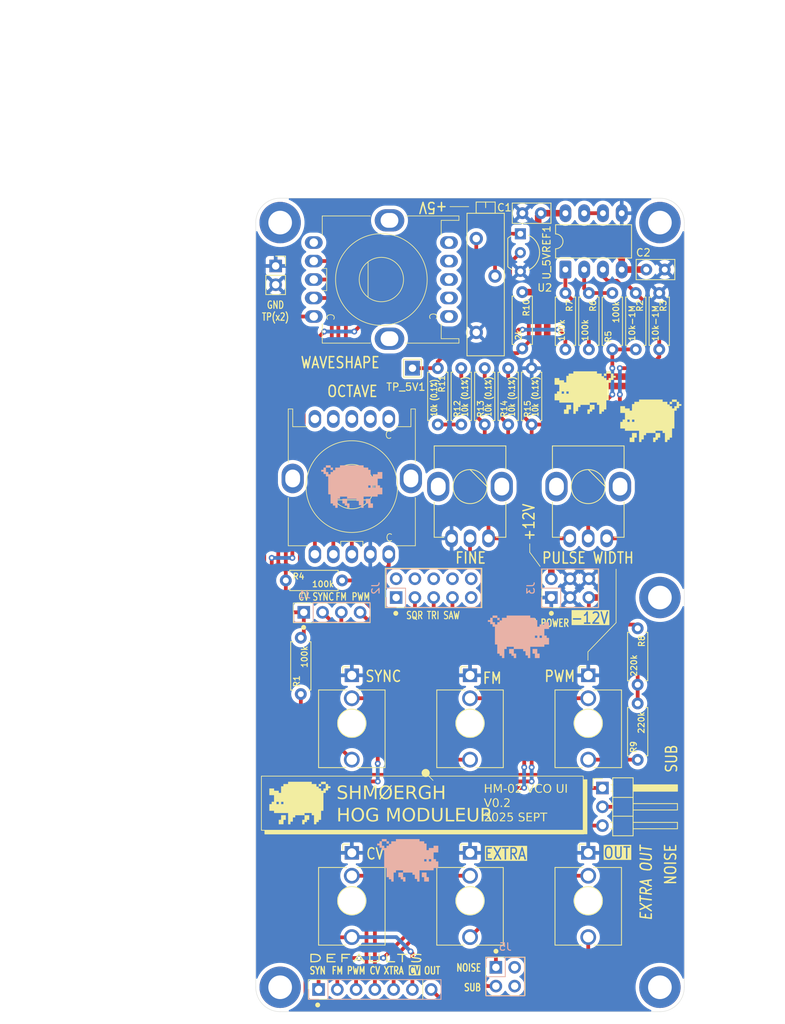
<source format=kicad_pcb>
(kicad_pcb (version 20241229) (generator "pcbnew") (generator_version "9.0")
  (layers (0 "F.Cu" signal) (2 "B.Cu" signal) (13 "F.Paste" user) (15 "B.Paste" user) (5 "F.SilkS" user "F.Silkscreen") (7 "B.SilkS" user "B.Silkscreen") (1 "F.Mask" user) (3 "B.Mask" user) (25 "Edge.Cuts" user))
  (net 0 "")
  (net 1 "HARD_SYNC")
  (net 2 "FM")
  (net 3 "CV")
  (net 4 "SQR_SHAPE")
  (net 7 "TRI")
  (net 9 "SAW")
  (net 11 "SQR")
  (net 12 "+12V")
  (net 13 "GND")
  (net 14 "-12V")
  (net 15 "NOISE")
  (net 16 "SUB")
  (net 17 "Net-(JP1-C)")
  (net 18 "CV_INPUT")
  (net 19 "EXTRA_DEFAULT")
  (net 20 "OUT_DEFAULT")
  (net 21 "Net-(J_OUT1-PadT)")
  (net 22 "Net-(J_PWM1-PadT)")
  (net 23 "Net-(R4-Pad2)")
  (net 29 "Net-(U2B--)")
  (net 30 "Net-(U2A-+)")
  (net 33 "FM_DEFAULT")
  (net 34 "SYNC_DEFAULT")
  (net 35 "PWM_DEFAULT")
  (net 36 "CV_DEFAULT")
  (net 37 "PREC_1V")
  (net 38 "Net-(U2A--)")
  (net 39 "Net-(R6-Pad2)")
  (net 40 "Net-(R8-Pad1)")
  (net 41 "+5V")
  (net 42 "PREC_4V")
  (net 43 "PREC_3V")
  (net 44 "PREC_2V")
  (net 45 "Net-(U_5VREF1-IN)")
  (footprint "Shmoergh_Custom_Footprints:R_Axial_DIN0207_L6.3mm_D2.5mm_P7.62mm_Horizontal" (layer "F.Cu") (at 128.064 95.689)
    (property "Reference" "R4")
    (property "Value" "100k")
  )
  (footprint "Shmoergh_Custom_Footprints:R_Axial_DIN0207_L6.3mm_D2.5mm_P7.62mm_Horizontal" (layer "F.Cu") (at 175.689 119.946 90)
    (property "Reference" "R9")
    (property "Value" "220k")
  )
  (footprint "Shmoergh_Custom_Footprints:R_Axial_DIN0207_L6.3mm_D2.5mm_P7.62mm_Horizontal" (layer "F.Cu") (at 178.61 56.827 -90)
    (property "Reference" "R3")
    (property "Value" "10k-1M")
  )
  (footprint "Package_DIP:DIP-8_W7.62mm_LongPads" (layer "F.Cu") (at 165.91 53.652 90)
    (property "Reference" "U2")
    (property "Value" "TL072")
  )
  (footprint "Shmoergh_Custom_Footprints:Jack_3.5mm_QingPu_WQP-PJ398SM_Vertical_CircularHoles" (layer "F.Cu") (at 169 139)
    (property "Reference" "J_OUT1")
    (property "Value" "PJ398SM")
  )
  (footprint "Connector_PinSocket_2.54mm:PinSocket_1x02_P2.54mm_Vertical" (layer "F.Cu") (at 126.692 53.164)
    (property "Reference" "J4")
    (property "Value" "Conn_01x02")
  )
  (footprint "Shmoergh_Custom_Footprints:Potentiometer_Bourns_Single-PTV09A" (layer "F.Cu") (at 169 83)
    (property "Reference" "RV_PWM1")
    (property "Value" "100k")
  )
  (footprint "Shmoergh_Custom_Footprints:R_Axial_DIN0207_L6.3mm_D2.5mm_P7.62mm_Horizontal" (layer "F.Cu") (at 175.689 102.166 -90)
    (property "Reference" "R8")
    (property "Value" "220k")
  )
  (footprint "Potentiometer_THT:Potentiometer_Bourns_3006P_Horizontal" (layer "F.Cu") (at 153.845 62.152 -90)
    (property "Reference" "RV_MAIN_VCO_5V1")
    (property "Value" "10k")
  )
  (footprint "Shmoergh_Custom_Footprints:R_Axial_DIN0207_L6.3mm_D2.5mm_P7.62mm_Horizontal" (layer "F.Cu") (at 165.91 56.827 -90)
    (property "Reference" "R7")
    (property "Value" "100k")
  )
  (footprint "Shmoergh_Custom_Footprints:R_Axial_DIN0207_L6.3mm_D2.5mm_P7.62mm_Horizontal" (layer "F.Cu") (at 175.435 56.827 -90)
    (property "Reference" "R2")
    (property "Value" "10k-1M")
  )
  (footprint "Capacitor_THT:C_Disc_D5.0mm_W2.5mm_P2.50mm" (layer "F.Cu") (at 162.588 46.032 180)
    (property "Reference" "C1")
    (property "Value" "C")
  )
  (footprint "Shmoergh_Custom_Footprints:Jack_3.5mm_QingPu_WQP-PJ398SM_Vertical_CircularHoles" (layer "F.Cu") (at 153 139)
    (property "Reference" "J_EXTRA_OUT1")
    (property "Value" "PJ398SM")
  )
  (footprint "TestPoint:TestPoint_THTPad_2.0x2.0mm_Drill1.0mm" (layer "F.Cu") (at 145.209 66.987)
    (property "Reference" "TP_5V1")
    (property "Value" "TP 5V")
  )
  (footprint "Shmoergh_Custom_Footprints:Potentiometer_Bourns_Single-PTV09A" (layer "F.Cu") (at 153 83)
    (property "Reference" "RV_FINE_TUNE1")
    (property "Value" "100k")
  )
  (footprint "Shmoergh_Custom_Footprints:SR1712-0204" (layer "F.Cu") (at 137 83)
    (property "Reference" "U1")
    (property "Value" "0204")
  )
  (footprint "MountingHole:MountingHole_3.2mm_M3_DIN965_Pad" (layer "F.Cu") (at 178.7 47.3)
    (property "Reference" "H2")
    (property "Value" "MountingHole")
  )
  (footprint "Shmoergh_Custom_Footprints:Jack_3.5mm_QingPu_WQP-PJ398SM_Vertical_CircularHoles" (layer "F.Cu") (at 169 115)
    (property "Reference" "J_PWM1")
    (property "Value" "PJ398SM")
  )
  (footprint "MountingHole:MountingHole_3.2mm_M3_DIN965_Pad" (layer "F.Cu") (at 178.7 150.7)
    (property "Reference" "H3")
    (property "Value" "MountingHole")
  )
  (footprint "Shmoergh_Custom_Footprints:R_Axial_DIN0207_L6.3mm_D2.5mm_P7.62mm_Horizontal" (layer "F.Cu") (at 172.26 64.447 90)
    (property "Reference" "R5")
    (property "Value" "100k")
  )
  (footprint "Shmoergh_Custom_Footprints:R_Axial_DIN0207_L6.3mm_D2.5mm_P7.62mm_Horizontal" (layer "F.Cu") (at 160.068 56.7 -90)
    (property "Reference" "R10")
    (property "Value" "2k")
  )
  (footprint "Shmoergh_Custom_Footprints:Jack_3.5mm_QingPu_WQP-PJ398SM_Vertical_CircularHoles" (layer "F.Cu") (at 153 115)
    (property "Reference" "J_FM1")
    (property "Value" "PJ398SM")
  )
  (footprint "Shmoergh_Custom_Footprints:R_Axial_DIN0207_L6.3mm_D2.5mm_P7.62mm_Horizontal" (layer "F.Cu") (at 151.813 74.607 90)
    (property "Reference" "R12")
    (property "Value" "10k (0.1%)")
  )
  (footprint "Package_TO_SOT_THT:TO-92L_Inline_Wide" (layer "F.Cu") (at 159.814 48.816 -90)
    (property "Reference" "U_5VREF1")
    (property "Value" "LM336Z5")
  )
  (footprint "Shmoergh_Custom_Footprints:R_Axial_DIN0207_L6.3mm_D2.5mm_P7.62mm_Horizontal" (layer "F.Cu") (at 154.988 74.607 90)
    (property "Reference" "R13")
    (property "Value" "10k (0.1%)")
  )
  (footprint "Shmoergh_Custom_Footprints:Jack_3.5mm_QingPu_WQP-PJ398SM_Vertical_CircularHoles" (layer "F.Cu") (at 137 139)
    (property "Reference" "J_CV1")
    (property "Value" "PJ398SM")
  )
  (footprint "Shmoergh_Logo:Gyeszno" (layer "F.Cu") (at 177.467 74.099)
    (property "Reference" "G***" (hide yes))
    (property "Value" "LOGO" (hide yes))
  )
  (footprint "MountingHole:MountingHole_3.2mm_M3_DIN965_Pad" (layer "F.Cu") (at 127.3 47.3)
    (property "Reference" "H1")
    (property "Value" "MountingHole")
  )
  (footprint "Connector_PinHeader_2.54mm:PinHeader_1x03_P2.54mm_Horizontal" (layer "F.Cu") (at 170.923 123.756)
    (property "Reference" "JP1")
    (property "Value" "Jumper_3_Open")
  )
  (footprint "MountingHole:MountingHole_3.2mm_M3_DIN965_Pad" (layer "F.Cu") (at 127.3 150.7)
    (property "Reference" "H4")
    (property "Value" "MountingHole")
  )
  (footprint "Capacitor_THT:C_Disc_D5.0mm_W2.5mm_P2.50mm" (layer "F.Cu") (at 179.352 53.652 180)
    (property "Reference" "C2")
    (property "Value" "C")
  )
  (footprint "Shmoergh_Custom_Footprints:R_Axial_DIN0207_L6.3mm_D2.5mm_P7.62mm_Horizontal" (layer "F.Cu") (at 161.338 74.607 90)
    (property "Reference" "R15")
    (property "Value" "10k (0.1%)")
  )
  (footprint "Shmoergh_Logo:Gyeszno" (layer "F.Cu") (at 129.969 125.788)
    (property "Reference" "G***" (hide yes))
    (property "Value" "LOGO" (hide yes))
  )
  (footprint "Shmoergh_Custom_Footprints:R_Axial_DIN0207_L6.3mm_D2.5mm_P7.62mm_Horizontal" (layer "F.Cu") (at 130.096 111.056 90)
    (property "Reference" "R1")
    (property "Value" "100k")
  )
  (footprint "Shmoergh_Custom_Footprints:R_Axial_DIN0207_L6.3mm_D2.5mm_P7.62mm_Horizontal" (layer "F.Cu") (at 169.085 56.827 -90)
    (property "Reference" "R6")
    (property "Value" "100k")
  )
  (footprint "Shmoergh_Custom_Footprints:R_Axial_DIN0207_L6.3mm_D2.5mm_P7.62mm_Horizontal" (layer "F.Cu") (at 158.163 74.607 90)
    (property "Reference" "R14")
    (property "Value" "10k (0.1%)")
  )
  (footprint "Shmoergh_Custom_Footprints:SR1712-0203" (layer "F.Cu") (at 141 55 -90)
    (property "Reference" "U3")
    (property "Value" "0203")
  )
  (footprint "Shmoergh_Custom_Footprints:Jack_3.5mm_QingPu_WQP-PJ398SM_Vertical_CircularHoles" (layer "F.Cu") (at 137 115)
    (property "Reference" "J_SYNC1")
    (property "Value" "PJ398SM")
  )
  (footprint "MountingHole:MountingHole_3.2mm_M3_DIN965_Pad" (layer "F.Cu") (at 178.7 98)
    (property "Reference" "H5")
    (property "Value" "MountingHole")
  )
  (footprint "Shmoergh_Logo:Gyeszno" (layer "F.Cu") (at 168.577 70.289)
    (property "Reference" "G***" (hide yes))
    (property "Value" "LOGO" (hide yes))
  )
  (footprint "Shmoergh_Custom_Footprints:R_Axial_DIN0207_L6.3mm_D2.5mm_P7.62mm_Horizontal" (layer "F.Cu") (at 148.638 66.987 -90)
    (property "Reference" "R11")
    (property "Value" "10k (0.1%)")
  )
  (footprint "Connector_PinSocket_2.54mm:PinSocket_1x04_P2.54mm_Vertical" (layer "B.Cu") (at 130.5 100 -90)
    (property "Reference" "J1")
    (property "Value" "Conn_01x04")
  )
  (footprint "Connector_PinSocket_2.54mm:PinSocket_2x03_P2.54mm_Vertical" (layer "B.Cu") (at 164 98 -90)
    (property "Reference" "J3")
    (property "Value" "Conn_02x03_Odd_Even")
  )
  (footprint "Connector_PinSocket_2.54mm:PinSocket_1x07_P2.54mm_Vertical" (layer "B.Cu") (at 132.5 151 -90)
    (property "Reference" "J6")
    (property "Value" "Conn_01x07")
  )
  (footprint "Shmoergh_Logo:Gyeszno" (layer "B.Cu") (at 159.56 103.309 180)
    (property "Reference" "G***" (hide yes))
    (property "Value" "LOGO" (hide yes))
  )
  (footprint "Shmoergh_Logo:Gyeszno" (layer "B.Cu") (at 144.574 133.535 180)
    (property "Reference" "G***" (hide yes))
    (property "Value" "LOGO" (hide yes))
  )
  (footprint "Connector_PinSocket_2.54mm:PinSocket_2x02_P2.54mm_Vertical" (layer "B.Cu") (at 156.5 148 180)
    (property "Reference" "J5")
    (property "Value" "Conn_02x02_Counter_Clockwise")
  )
  (footprint "Connector_PinSocket_2.54mm:PinSocket_2x05_P2.54mm_Vertical" (layer "B.Cu") (at 143 98 -90)
    (property "Reference" "J2")
    (property "Value" "Conn_02x05_Odd_Even")
  )
  (footprint "Shmoergh_Logo:Gyeszno" (layer "B.Cu") (at 137 83 180)
    (property "Reference" "G***" (hide yes))
    (property "Value" "LOGO" (hide yes))
  )
  (gr_line (start 150.289 45.143) (end 152.829 45.143) (stroke (width 0.1)) (layer "F.SilkS"))
  (gr_rect (start 131.112 149.664) (end 146.606 152.331) (stroke (width 0.1)) (fill no) (layer "F.SilkS"))
  (gr_circle (center 142.952981 100.134) (end 143.206981 100.261) (stroke (width 0.1)) (fill yes) (layer "F.SilkS"))
  (gr_line (start 172.768 94.165) (end 172.768 101.404) (stroke (width 0.1)) (layer "F.SilkS"))
  (gr_line (start 172.768 101.404) (end 168.958 105.341) (stroke (width 0.1)) (layer "F.SilkS"))
  (gr_rect (start 162.735 94.165) (end 170.355 99.372) (stroke (width 0.1)) (fill no) (layer "F.SilkS"))
  (gr_rect (start 125.232 129.475) (end 168.361 129.975) (stroke (width 0.1)) (fill yes) (layer "F.SilkS"))
  (gr_line (start 161.084 90.736) (end 161.084 91.879) (stroke (width 0.1)) (layer "F.SilkS"))
  (gr_line (start 147.995 122.724) (end 146.995 121.724) (stroke (width 0.1)) (layer "F.SilkS"))
  (gr_rect (start 129.08 98.737) (end 139.494 101.404) (stroke (width 0.1)) (fill no) (layer "F.SilkS"))
  (gr_line (start 161.084 91.879) (end 162.481 93.784) (stroke (width 0.1)) (layer "F.SilkS"))
  (gr_rect (start 141.526 94.038) (end 154.607 99.372) (stroke (width 0.1)) (fill no) (layer "F.SilkS"))
  (gr_circle (center 132.382 153.093) (end 132.636 153.22) (stroke (width 0.1)) (fill yes) (layer "F.SilkS"))
  (gr_line (start 168.958 105.341) (end 168.958 106.484) (stroke (width 0.1)) (layer "F.SilkS"))
  (gr_rect (start 168.327 122.634) (end 168.827 129.958) (stroke (width 0.1)) (fill yes) (layer "F.SilkS"))
  (gr_circle (center 164.005 100.134) (end 164.259 100.261) (stroke (width 0.1)) (fill yes) (layer "F.SilkS"))
  (gr_rect (start 124.762 122.147) (end 168.323 129.471) (stroke (width 0.1)) (fill no) (layer "F.SilkS"))
  (gr_rect (start 155.115 146.616) (end 160.449 151.823) (stroke (width 0.1)) (fill no) (layer "F.SilkS"))
  (gr_circle (center 156.512 145.824019) (end 156.766 145.951019) (stroke (width 0.1)) (fill yes) (layer "F.SilkS"))
  (gr_circle (center 146.995 121.724) (end 146.995 121.224) (stroke (width 0.1)) (fill yes) (layer "F.SilkS"))
  (gr_circle (center 130.477 102.039) (end 130.731 102.166) (stroke (width 0.1)) (fill yes) (layer "F.SilkS"))
  (gr_line (start 178.7 154) (end 127.3 154) (stroke (width 0.05)) (layer "Edge.Cuts"))
  (gr_arc (start 182 150.7) (mid 181.033452 153.033452) (end 178.7 154) (stroke (width 0.05)) (layer "Edge.Cuts"))
  (gr_line (start 182 47.3) (end 182 150.7) (stroke (width 0.05)) (layer "Edge.Cuts"))
  (gr_line (start 127.3 44) (end 178.7 44) (stroke (width 0.05)) (layer "Edge.Cuts"))
  (gr_line (start 124 150.7) (end 124 47.3) (stroke (width 0.05)) (layer "Edge.Cuts"))
  (gr_arc (start 124 47.3) (mid 124.966548 44.966548) (end 127.3 44) (stroke (width 0.05)) (layer "Edge.Cuts"))
  (gr_arc (start 127.3 154) (mid 124.966548 153.033452) (end 124 150.7) (stroke (width 0.05)) (layer "Edge.Cuts"))
  (gr_arc (start 178.7 44) (mid 181.033452 44.966548) (end 182 47.3) (stroke (width 0.05)) (layer "Edge.Cuts"))
  (gr_text "SHMØERGH \nHOG MODULEUR" (at 134.922 128.582 0) (layer "F.SilkS") (effects (font (size 1.8 1.8) (thickness 0.1)) (justify left bottom)))
  (gr_text "PWM" (at 138.224 98.483 0) (layer "F.SilkS") (effects (font (size 1 0.75) (thickness 0.15) (bold yes)) (justify bottom)))
  (gr_text "+5V" (at 148.003 44.381 180) (layer "F.SilkS") (effects (font (size 1.5 1.25) (thickness 0.2) (bold yes)) (justify bottom)))
  (gr_text "PWM" (at 165.148 109.532 0) (layer "F.SilkS") (effects (font (size 1.5 1.25) (thickness 0.2) (bold yes)) (justify bottom)))
  (gr_text "CV" (at 140.129 133.535 0) (layer "F.SilkS") (effects (font (size 1.5 1.25) (thickness 0.2) (bold yes)) (justify bottom)))
  (gr_text "DEFAULTS" (at 138.859 147.378 0) (layer "F.SilkS") (effects (font (size 1 2.2) (thickness 0.17) (bold yes)) (justify bottom)))
  (gr_text "SUB" (at 153.337 151.315 0) (layer "F.SilkS") (effects (font (size 1 0.75) (thickness 0.17) (bold yes)) (justify bottom)))
  (gr_text "FM" (at 156.004 109.786 0) (layer "F.SilkS") (effects (font (size 1.5 1.25) (thickness 0.2) (bold yes)) (justify bottom)))
  (gr_text "PWM" (at 137.589 149.029 0) (layer "F.SilkS") (effects (font (size 1 0.75) (thickness 0.17) (bold yes)) (justify bottom)))
  (gr_text "CV" (at 140.129 149.029 0) (layer "F.SilkS") (effects (font (size 1 0.75) (thickness 0.17) (bold yes)) (justify bottom)))
  (gr_text "FINE" (at 153.083 93.53 0) (layer "F.SilkS") (effects (font (size 1.5 1.25) (thickness 0.2) (bold yes)) (justify bottom)))
  (gr_text "SUB" (at 181.15 117.787 90) (layer "F.SilkS") (effects (font (size 1.5 1.25) (thickness 0.2) (bold yes)) (justify right bottom)))
  (gr_text "PULSE WIDTH" (at 168.958 93.53 0) (layer "F.SilkS") (effects (font (size 1.5 1.25) (thickness 0.2) (bold yes)) (justify bottom)))
  (gr_text "FM" (at 135.049 149.029 0) (layer "F.SilkS") (effects (font (size 1 0.75) (thickness 0.17) (bold yes)) (justify bottom)))
  (gr_text "SQR" (at 145.5 101 0) (layer "F.SilkS") (effects (font (size 1 0.75) (thickness 0.15) (bold yes)) (justify bottom)))
  (gr_text "XTRA" (at 142.669 149.029 0) (layer "F.SilkS") (effects (font (size 1 0.75) (thickness 0.17) (bold yes)) (justify bottom)))
  (gr_text "OUT" (at 147.876 149.029 0) (layer "F.SilkS") (effects (font (size 1 0.75) (thickness 0.17) (bold yes)) (justify bottom)))
  (gr_text "NOISE" (at 181.023 136.964 90) (layer "F.SilkS") (effects (font (size 1.5 1.25) (thickness 0.2) (bold yes)) (justify left bottom)))
  (gr_text "UI POWER" (at 163.624 102.039 0) (layer "F.SilkS") (effects (font (size 1 0.75) (thickness 0.17) (bold yes)) (justify bottom)))
  (gr_text "OCTAVE" (at 137.081 71 0) (layer "F.SilkS") (effects (font (size 1.5 1.25) (thickness 0.2) (bold yes)) (justify bottom)))
  (gr_text "EXTRA OUT" (at 177.721 141.79 90) (layer "F.SilkS") (effects (font (size 1.5 1.25) (thickness 0.2) (bold yes) (italic yes)) (justify left bottom)))
  (gr_text "+12V" (at 161.846 87.815 90) (layer "F.SilkS") (effects (font (size 1.5 1.25) (thickness 0.2) (bold yes)) (justify bottom)))
  (gr_text "WAVESHAPE" (at 135.43 67.114 0) (layer "F.SilkS") (effects (font (size 1.5 1.25) (thickness 0.2) (bold yes)) (justify bottom)))
  (gr_text "OUT" (at 172.895 133.408 0) (layer "F.SilkS" knockout) (effects (font (size 1.5 1.25) (thickness 0.2) (bold yes)) (justify bottom)))
  (gr_text "SAW" (at 150.5 101 0) (layer "F.SilkS") (effects (font (size 1 0.75) (thickness 0.15) (bold yes)) (justify bottom)))
  (gr_text "EXTRA" (at 157.782 133.535 0) (layer "F.SilkS" knockout) (effects (font (size 1.5 1.25) (thickness 0.2) (bold yes)) (justify bottom)))
  (gr_text "SYNC" (at 141.272 109.532 0) (layer "F.SilkS") (effects (font (size 1.5 1.25) (thickness 0.2) (bold yes)) (justify bottom)))
  (gr_text "SYN" (at 132.382 149.029 0) (layer "F.SilkS") (effects (font (size 1 0.75) (thickness 0.17) (bold yes)) (justify bottom)))
  (gr_text "FM" (at 135.557 98.483 0) (layer "F.SilkS") (effects (font (size 1 0.75) (thickness 0.15) (bold yes)) (justify bottom)))
  (gr_text "CV" (at 145.463 149.029 0) (layer "F.SilkS" knockout) (effects (font (size 1 0.75) (thickness 0.17) (bold yes)) (justify bottom)))
  (gr_text "NOISE" (at 152.829 148.648 0) (layer "F.SilkS") (effects (font (size 1 0.75) (thickness 0.17) (bold yes)) (justify bottom)))
  (gr_text "SYNC" (at 133.144 98.483 0) (layer "F.SilkS") (effects (font (size 1 0.75) (thickness 0.15) (bold yes)) (justify bottom)))
  (gr_text "GND\nTP(x2)" (at 126.667 60.637 0) (layer "F.SilkS") (effects (font (size 1 0.75) (thickness 0.15) (bold yes)) (justify bottom)))
  (gr_text "-12V" (at 169.212 101.658 0) (layer "F.SilkS" knockout) (effects (font (size 1.5 1.25) (thickness 0.2) (bold yes)) (justify bottom)))
  (gr_text "TRI" (at 148 101 0) (layer "F.SilkS") (effects (font (size 1 0.75) (thickness 0.15) (bold yes)) (justify bottom)))
  (gr_text "HM-02 VCO UI \nV0.2 \n2025 SEPT" (at 154.861 128.455 0) (layer "F.SilkS") (effects (font (size 1.15 1.15) (thickness 0.1)) (justify left bottom)))
  (gr_text "CV" (at 130.477 98.483 0) (layer "F.SilkS") (effects (font (size 1 0.75) (thickness 0.15) (bold yes)) (justify bottom)))
  (segment (start 133.04 100) (end 134.414 101.374) (width 0.508) (layer "F.Cu") (net 1))
  (segment (start 134.414 117.334) (end 137 119.92) (width 0.508) (layer "F.Cu") (net 1))
  (segment (start 134.414 101.374) (end 134.414 117.334) (width 0.508) (layer "F.Cu") (net 1))
  (segment (start 135.58 105.237) (end 136.573 106.23) (width 0.508) (layer "F.Cu") (net 2))
  (segment (start 144.701 106.23) (end 147.114 108.643) (width 0.508) (layer "F.Cu") (net 2))
  (segment (start 136.573 106.23) (end 144.701 106.23) (width 0.508) (layer "F.Cu") (net 2))
  (segment (start 147.114 117.152) (end 149.882 119.92) (width 0.508) (layer "F.Cu") (net 2))
  (segment (start 149.882 119.92) (end 153 119.92) (width 0.508) (layer "F.Cu") (net 2))
  (segment (start 147.114 108.643) (end 147.114 117.152) (width 0.508) (layer "F.Cu") (net 2))
  (segment (start 135.58 100) (end 135.58 105.237) (width 0.508) (layer "F.Cu") (net 2))
  (segment (start 128.064 94.405678) (end 127.048 93.389678) (width 0.508) (layer "F.Cu") (net 3))
  (segment (start 126.413 86.799) (end 126.413 72.448) (width 0.508) (layer "F.Cu") (net 3))
  (segment (start 126.286 69.019) (end 133.271 62.034) (width 0.508) (layer "F.Cu") (net 3))
  (segment (start 157.401 63.939) (end 148.765 63.939) (width 0.508) (layer "F.Cu") (net 3))
  (segment (start 165.148 61.78) (end 165.91 62.542) (width 0.508) (layer "F.Cu") (net 3))
  (segment (start 126.286 72.321) (end 126.286 69.019) (width 0.508) (layer "F.Cu") (net 3))
  (segment (start 144.828 60.002) (end 139.367 60.002) (width 0.508) (layer "F.Cu") (net 3))
  (segment (start 126.413 72.448) (end 126.286 72.321) (width 0.508) (layer "F.Cu") (net 3))
  (segment (start 127.048 87.434) (end 126.413 86.799) (width 0.508) (layer "F.Cu") (net 3))
  (segment (start 130.5 100) (end 128.819 100) (width 0.508) (layer "F.Cu") (net 3))
  (segment (start 159.56 61.78) (end 157.401 63.939) (width 0.508) (layer "F.Cu") (net 3))
  (segment (start 139.367 60.002) (end 137.335 62.034) (width 0.508) (layer "F.Cu") (net 3))
  (segment (start 130.5 100) (end 130.5 103.032) (width 0.508) (layer "F.Cu") (net 3))
  (segment (start 128.064 99.245) (end 128.064 95.689) (width 0.508) (layer "F.Cu") (net 3))
  (segment (start 164.894 61.78) (end 165.148 61.78) (width 0.508) (layer "F.Cu") (net 3))
  (segment (start 148.765 63.939) (end 144.828 60.002) (width 0.508) (layer "F.Cu") (net 3))
  (segment (start 160.103 61.78) (end 159.56 61.78) (width 0.508) (layer "F.Cu") (net 3))
  (segment (start 127.048 93.389678) (end 127.048 87.434) (width 0.508) (layer "F.Cu") (net 3))
  (segment (start 128.064 95.689) (end 128.064 94.405678) (width 0.508) (layer "F.Cu") (net 3))
  (segment (start 165.91 62.542) (end 165.91 64.447) (width 0.508) (layer "F.Cu") (net 3))
  (segment (start 128.819 100) (end 128.064 99.245) (width 0.508) (layer "F.Cu") (net 3))
  (segment (start 130.5 103.032) (end 130.096 103.436) (width 0.508) (layer "F.Cu") (net 3))
  (via (at 133.271 62.034) (size 0.8) (drill 0.4) (layers "F.Cu" "B.Cu") (net 3))
  (via (at 137.335 62.034) (size 0.8) (drill 0.4) (layers "F.Cu" "B.Cu") (net 3))
  (via (at 160.103 61.78) (size 0.8) (drill 0.4) (layers "F.Cu" "B.Cu") (net 3))
  (via (at 164.894 61.78) (size 0.8) (drill 0.4) (layers "F.Cu" "B.Cu") (net 3))
  (segment (start 160.103 61.78) (end 164.894 61.78) (width 0.508) (layer "B.Cu") (net 3))
  (segment (start 133.271 62.034) (end 137.335 62.034) (width 0.508) (layer "B.Cu") (net 3))
  (segment (start 142.572 104.452) (end 173.149 104.452) (width 0.508) (layer "F.Cu") (net 4))
  (segment (start 173.149 104.452) (end 175.689 106.992) (width 0.508) (layer "F.Cu") (net 4))
  (segment (start 175.689 112.326) (end 175.689 109.786) (width 0.508) (layer "F.Cu") (net 4))
  (segment (start 175.689 106.992) (end 175.689 109.786) (width 0.508) (layer "F.Cu") (net 4))
  (segment (start 138.12 100) (end 142.572 104.452) (width 0.508) (layer "F.Cu") (net 4))
  (segment (start 134.287 63.05) (end 128.445 68.892) (width 0.508) (layer "F.Cu") (net 7))
  (segment (start 131.493 80.195) (end 131.493 84.132) (width 0.508) (layer "F.Cu") (net 7))
  (segment (start 148.08 99.93) (end 148.08 98) (width 0.508) (layer "F.Cu") (net 7))
  (segment (start 128.445 68.892) (end 128.445 77.147) (width 0.508) (layer "F.Cu") (net 7))
  (segment (start 131.493 84.132) (end 128.064 87.561) (width 0.508) (layer "F.Cu") (net 7))
  (segment (start 128.445 77.147) (end 131.493 80.195) (width 0.508) (layer "F.Cu") (net 7))
  (segment (start 133.69 57.5) (end 134.287 58.097) (width 0.508) (layer "F.Cu") (net 7))
  (segment (start 141.653 101.404) (end 146.606 101.404) (width 0.508) (layer "F.Cu") (net 7))
  (segment (start 138.478 98.229) (end 141.653 101.404) (width 0.508) (layer "F.Cu") (net 7))
  (segment (start 134.287 58.097) (end 134.287 63.05) (width 0.508) (layer "F.Cu") (net 7))
  (segment (start 132.89 98.229) (end 138.478 98.229) (width 0.508) (layer "F.Cu") (net 7))
  (segment (start 128.064 87.561) (end 128.064 93.403) (width 0.508) (layer "F.Cu") (net 7))
  (segment (start 128.064 93.403) (end 132.89 98.229) (width 0.508) (layer "F.Cu") (net 7))
  (segment (start 146.606 101.404) (end 148.08 99.93) (width 0.508) (layer "F.Cu") (net 7))
  (segment (start 131.85 57.5) (end 133.69 57.5) (width 0.508) (layer "F.Cu") (net 7))
  (segment (start 135.557 121.978) (end 162.227 121.978) (width 0.508) (layer "F.Cu") (net 9))
  (segment (start 129.461 76.639) (end 132.509 79.687) (width 0.508) (layer "F.Cu") (net 9))
  (segment (start 166.418 117.787) (end 176.07 117.787) (width 0.508) (layer "F.Cu") (net 9))
  (segment (start 131.747 107.119) (end 133.271 108.643) (width 0.508) (layer "F.Cu") (net 9))
  (segment (start 129.461 69.4) (end 129.461 76.639) (width 0.508) (layer "F.Cu") (net 9))
  (segment (start 128.953 91.117) (end 128.953 92.641) (width 0.508) (layer "F.Cu") (net 9))
  (segment (start 135.176 63.685) (end 129.461 69.4) (width 0.508) (layer "F.Cu") (net 9))
  (segment (start 162.227 121.978) (end 166.418 117.787) (width 0.508) (layer "F.Cu") (net 9))
  (segment (start 152.321 103.436) (end 150.62 101.735) (width 0.508) (layer "F.Cu") (net 9))
  (segment (start 173.784 103.436) (end 152.321 103.436) (width 0.508) (layer "F.Cu") (net 9))
  (segment (start 132.509 79.687) (end 132.509 84.767) (width 0.508) (layer "F.Cu") (net 9))
  (segment (start 177.721 116.136) (end 177.721 107.373) (width 0.508) (layer "F.Cu") (net 9))
  (segment (start 150.62 101.735) (end 150.62 98) (width 0.508) (layer "F.Cu") (net 9))
  (segment (start 134.365 55) (end 135.176 55.811) (width 0.508) (layer "F.Cu") (net 9))
  (segment (start 131.85 55) (end 134.365 55) (width 0.508) (layer "F.Cu") (net 9))
  (segment (start 150.67 98.05) (end 150.62 98) (width 0.508) (layer "F.Cu") (net 9))
  (segment (start 177.721 107.373) (end 173.784 103.436) (width 0.508) (layer "F.Cu") (net 9))
  (segment (start 135.176 55.811) (end 135.176 63.685) (width 0.508) (layer "F.Cu") (net 9))
  (segment (start 133.271 108.643) (end 133.271 119.692) (width 0.508) (layer "F.Cu") (net 9))
  (segment (start 126.159 92.641) (end 126.159 104.706) (width 0.508) (layer "F.Cu") (net 9))
  (segment (start 128.572 107.119) (end 131.747 107.119) (width 0.508) (layer "F.Cu") (net 9))
  (segment (start 126.159 104.706) (end 128.572 107.119) (width 0.508) (layer "F.Cu") (net 9))
  (segment (start 176.07 117.787) (end 177.721 116.136) (width 0.508) (layer "F.Cu") (net 9))
  (segment (start 128.953 88.323) (end 128.953 91.117) (width 0.508) (layer "F.Cu") (net 9))
  (segment (start 133.271 119.692) (end 135.557 121.978) (width 0.508) (layer "F.Cu") (net 9))
  (segment (start 132.509 84.767) (end 128.953 88.323) (width 0.508) (layer "F.Cu") (net 9))
  (via (at 128.953 92.641) (size 0.8) (drill 0.4) (layers "F.Cu" "B.Cu") (net 9))
  (via (at 126.159 92.641) (size 0.8) (drill 0.4) (layers "F.Cu" "B.Cu") (net 9))
  (segment (start 128.953 92.641) (end 126.159 92.641) (width 0.508) (layer "B.Cu") (net 9))
  (segment (start 145.54 99.803) (end 145.54 98) (width 0.508) (layer "F.Cu") (net 11))
  (segment (start 136.192 53.779) (end 136.192 64.32) (width 0.508) (layer "F.Cu") (net 11))
  (segment (start 142.161 100.388) (end 144.955 100.388) (width 0.508) (layer "F.Cu") (net 11))
  (segment (start 133.525 79.306) (end 133.525 85.402) (width 0.508) (layer "F.Cu") (net 11))
  (segment (start 129.969 93.657) (end 133.652 97.34) (width 0.508) (layer "F.Cu") (net 11))
  (segment (start 136.192 64.32) (end 130.477 70.035) (width 0.508) (layer "F.Cu") (net 11))
  (segment (start 129.969 88.958) (end 129.969 93.657) (width 0.508) (layer "F.Cu") (net 11))
  (segment (start 133.525 85.402) (end 129.969 88.958) (width 0.508) (layer "F.Cu") (net 11))
  (segment (start 134.913 52.5) (end 136.192 53.779) (width 0.508) (layer "F.Cu") (net 11))
  (segment (start 130.477 76.258) (end 133.525 79.306) (width 0.508) (layer "F.Cu") (net 11))
  (segment (start 139.113 97.34) (end 142.161 100.388) (width 0.508) (layer "F.Cu") (net 11))
  (segment (start 131.85 52.5) (end 134.913 52.5) (width 0.508) (layer "F.Cu") (net 11))
  (segment (start 144.955 100.388) (end 145.54 99.803) (width 0.508) (layer "F.Cu") (net 11))
  (segment (start 130.477 70.035) (end 130.477 76.258) (width 0.508) (layer "F.Cu") (net 11))
  (segment (start 133.652 97.34) (end 139.113 97.34) (width 0.508) (layer "F.Cu") (net 11))
  (segment (start 173.81 90) (end 175.435 91.625) (width 0.508) (layer "F.Cu") (net 12))
  (segment (start 162.227 56.7) (end 162.227 46.393) (width 0.889) (layer "F.Cu") (net 12))
  (segment (start 160.068 56.7) (end 162.227 56.7) (width 0.889) (layer "F.Cu") (net 12))
  (segment (start 162.588 46.032) (end 165.91 46.032) (width 0.889) (layer "F.Cu") (net 12))
  (segment (start 162.227 46.393) (end 162.588 46.032) (width 0.889) (layer "F.Cu") (net 12))
  (segment (start 164 93.789) (end 165.021 92.768) (width 0.889) (layer "F.Cu") (net 12))
  (segment (start 178.61 72.448) (end 175.562 69.4) (width 0.889) (layer "F.Cu") (net 12))
  (segment (start 178.61 88.45) (end 178.61 72.448) (width 0.889) (layer "F.Cu") (net 12))
  (segment (start 166.164 69.4) (end 162.227 65.463) (width 0.889) (layer "F.Cu") (net 12))
  (segment (start 171.5 90) (end 173.81 90) (width 0.508) (layer "F.Cu") (net 12))
  (segment (start 175.435 91.625) (end 178.61 88.45) (width 0.889) (layer "F.Cu") (net 12))
  (segment (start 175.562 69.4) (end 166.164 69.4) (width 0.889) (layer "F.Cu") (net 12))
  (segment (start 164 95.46) (end 164 93.789) (width 0.889) (layer "F.Cu") (net 12))
  (segment (start 165.021 92.768) (end 174.292 92.768) (width 0.889) (layer "F.Cu") (net 12))
  (segment (start 174.292 92.768) (end 175.435 91.625) (width 0.889) (layer "F.Cu") (net 12))
  (segment (start 162.227 65.463) (end 162.227 56.7) (width 0.889) (layer "F.Cu") (net 12))
  (segment (start 163.725 90) (end 161.338 92.387) (width 0.508) (layer "F.Cu") (net 14))
  (segment (start 179.88 71.94) (end 179.88 88.958) (width 0.889) (layer "F.Cu") (net 14))
  (segment (start 166.672 68.13) (end 176.07 68.13) (width 0.889) (layer "F.Cu") (net 14))
  (segment (start 162.862 100.642) (end 168.196 100.642) (width 0.508) (layer "F.Cu") (net 14))
  (segment (start 173.53 52.128) (end 172.514 51.112) (width 0.889) (layer "F.Cu") (net 14))
  (segment (start 172.514 51.112) (end 165.021 51.112) (width 0.889) (layer "F.Cu") (net 14))
  (segment (start 163.444 64.902) (end 166.672 68.13) (width 0.889) (layer "F.Cu") (net 14))
  (segment (start 168.196 100.642) (end 169.08 99.758) (width 0.508) (layer "F.Cu") (net 14))
  (segment (start 173.53 53.652) (end 173.53 52.128) (width 0.889) (layer "F.Cu") (net 14))
  (segment (start 169.08 99.758) (end 169.08 98) (width 0.508) (layer "F.Cu") (net 14))
  (segment (start 179.88 88.958) (end 170.838 98) (width 0.889) (layer "F.Cu") (net 14))
  (segment (start 176.852 53.652) (end 173.53 53.652) (width 0.889) (layer "F.Cu") (net 14))
  (segment (start 170.838 98) (end 169.08 98) (width 0.889) (layer "F.Cu") (net 14))
  (segment (start 176.07 68.13) (end 179.88 71.94) (width 0.889) (layer "F.Cu") (net 14))
  (segment (start 165.021 51.112) (end 163.444 52.689) (width 0.889) (layer "F.Cu") (net 14))
  (segment (start 163.444 52.689) (end 163.444 64.902) (width 0.889) (layer "F.Cu") (net 14))
  (segment (start 161.338 99.118) (end 162.862 100.642) (width 0.508) (layer "F.Cu") (net 14))
  (segment (start 161.338 92.387) (end 161.338 99.118) (width 0.508) (layer "F.Cu") (net 14))
  (segment (start 166.5 90) (end 163.725 90) (width 0.508) (layer "F.Cu") (net 14))
  (segment (start 156.5 145.739) (end 158.671 143.568) (width 0.508) (layer "F.Cu") (net 15))
  (segment (start 156.5 148) (end 156.5 145.739) (width 0.508) (layer "F.Cu") (net 15))
  (segment (start 158.671 136.008) (end 165.843 128.836) (width 0.508) (layer "F.Cu") (net 15))
  (segment (start 165.843 128.836) (end 170.923 128.836) (width 0.508) (layer "F.Cu") (net 15))
  (segment (start 158.671 143.568) (end 158.671 136.008) (width 0.508) (layer "F.Cu") (net 15))
  (segment (start 154.226 149.537) (end 154.226 145.727) (width 0.508) (layer "F.Cu") (net 16))
  (segment (start 156.5 150.54) (end 155.229 150.54) (width 0.508) (layer "F.Cu") (net 16))
  (segment (start 155.229 150.54) (end 154.226 149.537) (width 0.508) (layer "F.Cu") (net 16))
  (segment (start 157.528 133.281) (end 167.053 123.756) (width 0.508) (layer "F.Cu") (net 16))
  (segment (start 167.053 123.756) (end 170.923 123.756) (width 0.508) (layer "F.Cu") (net 16))
  (segment (start 154.226 145.727) (end 157.528 142.425) (width 0.508) (layer "F.Cu") (net 16))
  (segment (start 157.528 142.425) (end 157.528 133.281) (width 0.508) (layer "F.Cu") (net 16))
  (segment (start 173.53 122.74) (end 173.53 125.788) (width 0.508) (layer "F.Cu") (net 17))
  (segment (start 156.004 140.916) (end 156.004 133.027) (width 0.508) (layer "F.Cu") (net 17))
  (segment (start 167.053 121.978) (end 172.768 121.978) (width 0.508) (layer "F.Cu") (net 17))
  (segment (start 156.004 133.027) (end 167.053 121.978) (width 0.508) (layer "F.Cu") (net 17))
  (segment (start 173.022 126.296) (end 170.923 126.296) (width 0.508) (layer "F.Cu") (net 17))
  (segment (start 172.768 121.978) (end 173.53 122.74) (width 0.508) (layer "F.Cu") (net 17))
  (segment (start 153 143.92) (end 156.004 140.916) (width 0.508) (layer "F.Cu") (net 17))
  (segment (start 173.53 125.788) (end 173.022 126.296) (width 0.508) (layer "F.Cu") (net 17))
  (segment (start 145.2 151) (end 145.2 146.099) (width 0.508) (layer "F.Cu") (net 18))
  (segment (start 145.2 146.099) (end 144.955 145.854) (width 0.508) (layer "F.Cu") (net 18))
  (segment (start 130.096 111.056) (end 130.096 139.885) (width 0.508) (layer "F.Cu") (net 18))
  (segment (start 136.971 143.949) (end 137 143.92) (width 0.508) (layer "F.Cu") (net 18))
  (segment (start 130.096 139.885) (end 134.16 143.949) (width 0.508) (layer "F.Cu") (net 18))
  (segment (start 134.16 143.949) (end 136.971 143.949) (width 0.508) (layer "F.Cu") (net 18))
  (via (at 144.955 145.854) (size 0.8) (drill 0.4) (layers "F.Cu" "B.Cu") (net 18))
  (segment (start 144.955 145.854) (end 143.021 143.92) (width 0.508) (layer "B.Cu") (net 18))
  (segment (start 143.021 143.92) (end 137 143.92) (width 0.508) (layer "B.Cu") (net 18))
  (segment (start 150.109 135.62) (end 153 135.62) (width 0.508) (layer "F.Cu") (net 19))
  (segment (start 142.66 151) (end 142.66 146.752) (width 0.508) (layer "F.Cu") (net 19))
  (segment (start 149.146 136.583) (end 150.109 135.62) (width 0.508) (layer "F.Cu") (net 19))
  (segment (start 142.66 146.752) (end 149.146 140.266) (width 0.508) (layer "F.Cu") (net 19))
  (segment (start 149.146 140.266) (end 149.146 136.583) (width 0.508) (layer "F.Cu") (net 19))
  (segment (start 162.862 138.361) (end 162.862 150.553) (width 0.508) (layer "F.Cu") (net 20))
  (segment (start 162.862 150.553) (end 160.957 152.458) (width 0.508) (layer "F.Cu") (net 20))
  (segment (start 160.957 152.458) (end 149.198 152.458) (width 0.508) (layer "F.Cu") (net 20))
  (segment (start 165.603 135.62) (end 162.862 138.361) (width 0.508) (layer "F.Cu") (net 20))
  (segment (start 169 135.62) (end 165.603 135.62) (width 0.508) (layer "F.Cu") (net 20))
  (segment (start 149.198 152.458) (end 147.74 151) (width 0.508) (layer "F.Cu") (net 20))
  (segment (start 125.143 61.272) (end 125.143 141.155) (width 0.508) (layer "F.Cu") (net 21))
  (segment (start 166.672 153.347) (end 169 151.019) (width 0.508) (layer "F.Cu") (net 21))
  (segment (start 147.749 153.347) (end 166.672 153.347) (width 0.508) (layer "F.Cu") (net 21))
  (segment (start 126.415 60) (end 125.143 61.272) (width 0.508) (layer "F.Cu") (net 21))
  (segment (start 145.2 153.338) (end 145.209 153.347) (width 0.508) (layer "F.Cu") (net 21))
  (segment (start 145.209 153.347) (end 147.749 153.347) (width 0.508) (layer "F.Cu") (net 21))
  (segment (start 130.731 146.743) (end 130.731 152.077) (width 0.508) (layer "F.Cu") (net 21))
  (segment (start 130.731 152.077) (end 132.001 153.347) (width 0.508) (layer "F.Cu") (net 21))
  (segment (start 132.001 153.347) (end 145.209 153.347) (width 0.508) (layer "F.Cu") (net 21))
  (segment (start 131.85 60) (end 126.415 60) (width 0.508) (layer "F.Cu") (net 21))
  (segment (start 125.143 141.155) (end 130.731 146.743) (width 0.508) (layer "F.Cu") (net 21))
  (segment (start 169 151.019) (end 169 143.92) (width 0.508) (layer "F.Cu") (net 21))
  (segment (start 169 119.92) (end 175.663 119.92) (width 0.508) (layer "F.Cu") (net 22))
  (segment (start 175.663 119.92) (end 175.689 119.946) (width 0.508) (layer "F.Cu") (net 22))
  (segment (start 142 93.691) (end 142 92.15) (width 0.508) (layer "F.Cu") (net 23))
  (segment (start 135.684 95.689) (end 140.002 95.689) (width 0.508) (layer "F.Cu") (net 23))
  (segment (start 140.002 95.689) (end 142 93.691) (width 0.508) (layer "F.Cu") (net 23))
  (segment (start 170.99 46.032) (end 168.45 46.032) (width 0.508) (layer "F.Cu") (net 29))
  (segment (start 173.276 66.987) (end 177.086 66.987) (width 0.508) (layer "F.Cu") (net 30))
  (segment (start 157.02 92.768) (end 153.845 92.768) (width 0.508) (layer "F.Cu") (net 30))
  (segment (start 173.276 70.543) (end 173.276 74.226) (width 0.508) (layer "F.Cu") (net 30))
  (segment (start 173.276 74.226) (end 169.466 78.036) (width 0.508) (layer "F.Cu") (net 30))
  (segment (start 153.845 92.768) (end 153 91.923) (width 0.508) (layer "F.Cu") (net 30))
  (segment (start 178.61 65.463) (end 178.61 64.447) (width 0.508) (layer "F.Cu") (net 30))
  (segment (start 174.419 55.811) (end 175.435 56.827) (width 0.508) (layer "F.Cu") (net 30))
  (segment (start 169.466 78.036) (end 164.259 78.036) (width 0.508) (layer "F.Cu") (net 30))
  (segment (start 171.625 55.176) (end 172.895 55.176) (width 0.508) (layer "F.Cu") (net 30))
  (segment (start 170.99 53.652) (end 170.99 54.541) (width 0.508) (layer "F.Cu") (net 30))
  (segment (start 178.61 64.447) (end 178.61 60.002) (width 0.508) (layer "F.Cu") (net 30))
  (segment (start 172.895 55.176) (end 173.53 55.811) (width 0.508) (layer "F.Cu") (net 30))
  (segment (start 177.086 66.987) (end 178.61 65.463) (width 0.508) (layer "F.Cu") (net 30))
  (segment (start 161.338 88.45) (end 157.02 92.768) (width 0.508) (layer "F.Cu") (net 30))
  (segment (start 170.99 54.541) (end 171.625 55.176) (width 0.508) (layer "F.Cu") (net 30))
  (segment (start 173.53 55.811) (end 174.419 55.811) (width 0.508) (layer "F.Cu") (net 30))
  (segment (start 153 91.923) (end 153 90) (width 0.508) (layer "F.Cu") (net 30))
  (segment (start 161.338 80.957) (end 161.338 88.45) (width 0.508) (layer "F.Cu") (net 30))
  (segment (start 164.259 78.036) (end 161.338 80.957) (width 0.508) (layer "F.Cu") (net 30))
  (segment (start 178.61 60.002) (end 175.435 56.827) (width 0.508) (layer "F.Cu") (net 30))
  (via (at 173.276 66.987) (size 0.8) (drill 0.4) (layers "F.Cu" "B.Cu") (net 30))
  (via (at 173.276 70.543) (size 0.8) (drill 0.4) (layers "F.Cu" "B.Cu") (net 30))
  (segment (start 173.276 66.987) (end 173.276 70.543) (width 0.508) (layer "B.Cu") (net 30))
  (segment (start 146.987 126.677) (end 146.987 141.028) (width 0.508) (layer "F.Cu") (net 33))
  (segment (start 155.806 111.62) (end 153 111.62) (width 0.508) (layer "F.Cu") (net 33))
  (segment (start 160.337997 116.151997) (end 155.806 111.62) (width 0.508) (layer "F.Cu") (net 33))
  (segment (start 160.337997 120.962) (end 160.337997 116.151997) (width 0.508) (layer "F.Cu") (net 33))
  (segment (start 160.322 123.756) (end 149.908 123.756) (width 0.508) (layer "F.Cu") (net 33))
  (segment (start 149.908 123.756) (end 146.987 126.677) (width 0.508) (layer "F.Cu") (net 33))
  (segment (start 136.827 146.743) (end 137.97 146.743) (width 0.508) (layer "F.Cu") (net 33))
  (segment (start 135.04 151) (end 135.04 148.53) (width 0.508) (layer "F.Cu") (net 33))
  (segment (start 160.322 123.721) (end 160.322 123.756) (width 0.508) (layer "F.Cu") (net 33))
  (segment (start 146.987 141.028) (end 141.272 146.743) (width 0.508) (layer "F.Cu") (net 33))
  (segment (start 135.04 148.53) (end 135.43 148.14) (width 0.508) (layer "F.Cu") (net 33))
  (segment (start 135.43 148.14) (end 136.827 146.743) (width 0.508) (layer "F.Cu") (net 33))
  (via (at 160.337997 120.962) (size 0.8) (drill 0.4) (layers "F.Cu" "B.Cu") (net 33))
  (via (at 160.322 123.721) (size 0.8) (drill 0.4) (layers "F.Cu" "B.Cu") (net 33))
  (via (at 137.97 146.743) (size 0.8) (drill 0.4) (layers "F.Cu" "B.Cu") (net 33))
  (via (at 141.272 146.743) (size 0.8) (drill 0.4) (layers "F.Cu" "B.Cu") (net 33))
  (segment (start 160.322 120.977997) (end 160.337997 120.962) (width 0.508) (layer "B.Cu") (net 33))
  (segment (start 160.322 123.721) (end 160.322 120.977997) (width 0.508) (layer "B.Cu") (net 33))
  (segment (start 137.97 146.743) (end 141.272 146.743) (width 0.508) (layer "B.Cu") (net 33))
  (segment (start 131.112 108.77) (end 128.572 108.77) (width 0.508) (layer "F.Cu") (net 34))
  (segment (start 127.175 140.266) (end 132.5 145.591) (width 0.508) (layer "F.Cu") (net 34))
  (segment (start 140.51 113.342) (end 138.788 111.62) (width 0.508) (layer "F.Cu") (net 34))
  (segment (start 138.788 111.62) (end 137 111.62) (width 0.508) (layer "F.Cu") (net 34))
  (segment (start 128.572 108.77) (end 127.175 110.167) (width 0.508) (layer "F.Cu") (net 34))
  (segment (start 132.255 120.581) (end 132.255 109.913) (width 0.508) (layer "F.Cu") (net 34))
  (segment (start 132.255 109.913) (end 131.112 108.77) (width 0.508) (layer "F.Cu") (net 34))
  (segment (start 132.5 145.591) (end 132.5 151) (width 0.508) (layer "F.Cu") (net 34))
  (segment (start 140.51 122.867) (end 134.541 122.867) (width 0.508) (layer "F.Cu") (net 34))
  (segment (start 140.51 120.454) (end 140.51 113.342) (width 0.508) (layer "F.Cu") (net 34))
  (segment (start 134.541 122.867) (end 132.255 120.581) (width 0.508) (layer "F.Cu") (net 34))
  (segment (start 127.175 110.167) (end 127.175 140.266) (width 0.508) (layer "F.Cu") (net 34))
  (via (at 140.51 122.867) (size 0.8) (drill 0.4) (layers "F.Cu" "B.Cu") (net 34))
  (via (at 140.51 120.454) (size 0.8) (drill 0.4) (layers "F.Cu" "B.Cu") (net 34))
  (segment (start 140.51 122.867) (end 140.51 120.454) (width 0.508) (layer "B.Cu") (net 34))
  (segment (start 137.58 149.292) (end 137.58 151) (width 0.508) (layer "F.Cu") (net 35))
  (segment (start 135.049 141.663) (end 137.97 141.663) (width 0.508) (layer "F.Cu") (net 35))
  (segment (start 161.338 116.39) (end 166.108 111.62) (width 0.508) (layer "F.Cu") (net 35))
  (segment (start 137.97 141.663) (end 138.986 142.679) (width 0.508) (layer "F.Cu") (net 35))
  (segment (start 133.271 139.885) (end 135.049 141.663) (width 0.508) (layer "F.Cu") (net 35))
  (segment (start 166.108 111.62) (end 169 111.62) (width 0.508) (layer "F.Cu") (net 35))
  (segment (start 138.986 147.886) (end 137.58 149.292) (width 0.508) (layer "F.Cu") (net 35))
  (segment (start 138.986 142.679) (end 138.986 147.886) (width 0.508) (layer "F.Cu") (net 35))
  (segment (start 133.271 132.138) (end 133.271 139.885) (width 0.508) (layer "F.Cu") (net 35))
  (segment (start 161.338 122.867) (end 142.542 122.867) (width 0.508) (layer "F.Cu") (net 35))
  (segment (start 161.338 120.962) (end 161.338 116.39) (width 0.508) (layer "F.Cu") (net 35))
  (segment (start 142.542 122.867) (end 133.271 132.138) (width 0.508) (layer "F.Cu") (net 35))
  (via (at 161.338 122.867) (size 0.8) (drill 0.4) (layers "F.Cu" "B.Cu") (net 35))
  (via (at 161.338 120.962) (size 0.8) (drill 0.4) (layers "F.Cu" "B.Cu") (net 35))
  (segment (start 161.338 122.867) (end 161.338 120.962) (width 0.508) (layer "B.Cu") (net 35))
  (segment (start 138.658 135.62) (end 137 135.62) (width 0.508) (layer "F.Cu") (net 36))
  (segment (start 140.12 137.082) (end 138.658 135.62) (width 0.508) (layer "F.Cu") (net 36))
  (segment (start 140.12 151) (end 140.12 137.082) (width 0.508) (layer "F.Cu") (net 36))
  (segment (start 160.068 77.655) (end 161.338 76.385) (width 0.508) (layer "F.Cu") (net 37))
  (segment (start 168.196 74.607) (end 172.26 70.543) (width 0.508) (layer "F.Cu") (net 37))
  (segment (start 157.502 90) (end 160.068 87.434) (width 0.508) (layer "F.Cu") (net 37))
  (segment (start 158.163 71.432) (end 161.338 74.607) (width 0.508) (layer "F.Cu") (net 37))
  (segment (start 172.26 64.447) (end 172.26 66.987) (width 0.508) (layer "F.Cu") (net 37))
  (segment (start 160.068 87.434) (end 160.068 77.655) (width 0.508) (layer "F.Cu") (net 37))
  (segment (start 161.338 76.385) (end 161.338 74.607) (width 0.508) (layer "F.Cu") (net 37))
  (segment (start 154.48 87.18) (end 155.5 88.2) (width 0.508) (layer "F.Cu") (net 37))
  (segment (start 155.5 90) (end 157.502 90) (width 0.508) (layer "F.Cu") (net 37))
  (segment (start 139.748 87.18) (end 154.48 87.18) (width 0.508) (layer "F.Cu") (net 37))
  (segment (start 155.5 88.2) (end 155.5 90) (width 0.508) (layer "F.Cu") (net 37))
  (segment (start 175.435 64.447) (end 172.26 64.447) (width 0.508) (layer "F.Cu") (net 37))
  (segment (start 137 89.928) (end 139.748 87.18) (width 0.508) (layer "F.Cu") (net 37))
  (segment (start 158.163 69.527) (end 158.163 71.432) (width 0.508) (layer "F.Cu") (net 37))
  (segment (start 161.338 74.607) (end 168.196 74.607) (width 0.508) (layer "F.Cu") (net 37))
  (segment (start 158.163 66.987) (end 158.163 69.527) (width 0.508) (layer "F.Cu") (net 37))
  (segment (start 137 92.15) (end 137 89.928) (width 0.508) (layer "F.Cu") (net 37))
  (via (at 172.26 66.987) (size 0.8) (drill 0.4) (layers "F.Cu" "B.Cu") (net 37))
  (via (at 172.26 70.543) (size 0.8) (drill 0.4) (layers "F.Cu" "B.Cu") (net 37))
  (segment (start 172.26 70.543) (end 172.26 66.987) (width 0.508) (layer "B.Cu") (net 37))
  (segment (start 168.45 56.192) (end 169.085 56.827) (width 0.508) (layer "F.Cu") (net 38))
  (segment (start 169.085 56.827) (end 172.26 56.827) (width 0.508) (layer "F.Cu") (net 38))
  (segment (start 168.45 53.652) (end 168.45 56.192) (width 0.508) (layer "F.Cu") (net 38))
  (segment (start 169.085 64.447) (end 169.085 60.002) (width 0.508) (layer "F.Cu") (net 39))
  (segment (start 169.085 60.002) (end 165.91 56.827) (width 0.508) (layer "F.Cu") (net 39))
  (segment (start 165.91 53.652) (end 165.91 56.827) (width 0.508) (layer "F.Cu") (net 39))
  (segment (start 175.181 101.658) (end 175.689 102.166) (width 0.508) (layer "F.Cu") (net 40))
  (segment (start 168.323 87.561) (end 163.751 87.561) (width 0.508) (layer "F.Cu") (net 40))
  (segment (start 169 90) (end 169 88.238) (width 0.508) (layer "F.Cu") (net 40))
  (segment (start 160.068 91.244) (end 160.068 99.626) (width 0.508) (layer "F.Cu") (net 40))
  (segment (start 169 88.238) (end 168.323 87.561) (width 0.508) (layer "F.Cu") (net 40))
  (segment (start 163.751 87.561) (end 160.068 91.244) (width 0.508) (layer "F.Cu") (net 40))
  (segment (start 162.1 101.658) (end 175.181 101.658) (width 0.508) (layer "F.Cu") (net 40))
  (segment (start 160.068 99.626) (end 162.1 101.658) (width 0.508) (layer "F.Cu") (net 40))
  (segment (start 160.068 64.32) (end 160.957 63.431) (width 0.508) (layer "F.Cu") (net 41))
  (segment (start 160.957 60.383) (end 158.417 57.843) (width 0.508) (layer "F.Cu") (net 41))
  (segment (start 158.29 57.716) (end 158.417 57.843) (width 0.508) (layer "F.Cu") (net 41))
  (segment (start 153.845 56.192) (end 155.369 57.716) (width 0.508) (layer "F.Cu") (net 41))
  (segment (start 148.384 67.241) (end 148.638 66.987) (width 0.508) (layer "F.Cu") (net 41))
  (segment (start 160.957 63.431) (end 160.957 60.383) (width 0.508) (layer "F.Cu") (net 41))
  (segment (start 158.417 57.843) (end 158.417 52.753) (width 0.508) (layer "F.Cu") (net 41))
  (segment (start 145.209 66.987) (end 148.638 66.987) (width 0.508) (layer "F.Cu") (net 41))
  (segment (start 149.781 64.955) (end 148.638 66.098) (width 0.508) (layer "F.Cu") (net 41))
  (segment (start 158.417 52.753) (end 159.814 51.356) (width 0.508) (layer "F.Cu") (net 41))
  (segment (start 160.068 64.32) (end 159.433 64.955) (width 0.508) (layer "F.Cu") (net 41))
  (segment (start 153.845 49.452) (end 153.845 56.192) (width 0.508) (layer "F.Cu") (net 41))
  (segment (start 148.638 66.098) (end 148.638 66.987) (width 0.508) (layer "F.Cu") (net 41))
  (segment (start 155.369 57.716) (end 158.29 57.716) (width 0.508) (layer "F.Cu") (net 41))
  (segment (start 159.433 64.955) (end 149.781 64.955) (width 0.508) (layer "F.Cu") (net 41))
  (segment (start 148.638 74.607) (end 151.813 74.607) (width 0.508) (layer "F.Cu") (net 42))
  (segment (start 139.24 80.322) (end 139.24 82.481) (width 0.508) (layer "F.Cu") (net 43))
  (segment (start 151.813 66.987) (end 151.813 71.432) (width 0.508) (layer "F.Cu") (net 43))
  (segment (start 154.988 76.004) (end 154.099 76.893) (width 0.508) (layer "F.Cu") (net 43))
  (segment (start 151.813 71.432) (end 154.988 74.607) (width 0.508) (layer "F.Cu") (net 43))
  (segment (start 132 89.721) (end 132 92.15) (width 0.508) (layer "F.Cu") (net 43))
  (segment (start 142.669 76.893) (end 139.24 80.322) (width 0.508) (layer "F.Cu") (net 43))
  (segment (start 154.099 76.893) (end 142.669 76.893) (width 0.508) (layer "F.Cu") (net 43))
  (segment (start 139.24 82.481) (end 132 89.721) (width 0.508) (layer "F.Cu") (net 43))
  (segment (start 154.988 74.607) (end 154.988 76.004) (width 0.508) (layer "F.Cu") (net 43))
  (segment (start 156.766 78.417) (end 158.163 77.02) (width 0.508) (layer "F.Cu") (net 44))
  (segment (start 154.988 66.987) (end 154.988 71.432) (width 0.508) (layer "F.Cu") (net 44))
  (segment (start 134.5 92.15) (end 134.5 89.761) (width 0.508) (layer "F.Cu") (net 44))
  (segment (start 140.764 83.497) (end 140.764 80.957) (width 0.508) (layer "F.Cu") (net 44))
  (segment (start 154.988 71.432) (end 158.163 74.607) (width 0.508) (layer "F.Cu") (net 44))
  (segment (start 143.304 78.417) (end 156.766 78.417) (width 0.508) (layer "F.Cu") (net 44))
  (segment (start 158.163 77.02) (end 158.163 74.607) (width 0.508) (layer "F.Cu") (net 44))
  (segment (start 140.764 80.957) (end 143.304 78.417) (width 0.508) (layer "F.Cu") (net 44))
  (segment (start 134.5 89.761) (end 140.764 83.497) (width 0.508) (layer "F.Cu") (net 44))
  (segment (start 156.385 49.715) (end 157.284 48.816) (width 0.508) (layer "F.Cu") (net 45))
  (segment (start 157.284 48.816) (end 159.814 48.816) (width 0.508) (layer "F.Cu") (net 45))
  (segment (start 156.385 54.532) (end 156.385 49.715) (width 0.508) (layer "F.Cu") (net 45))
  (zone (net 13) (net_name "GND") (layer "B.Cu") (connect_pads (clearance 0.5)) (min_thickness 0.25) (fill yes (thermal_gap 0.5) (thermal_bridge_width 0.5))
    (polygon (pts (xy 124 44) (xy 182 44) (xy 182 154) (xy 124 154)))
  )
)
</source>
